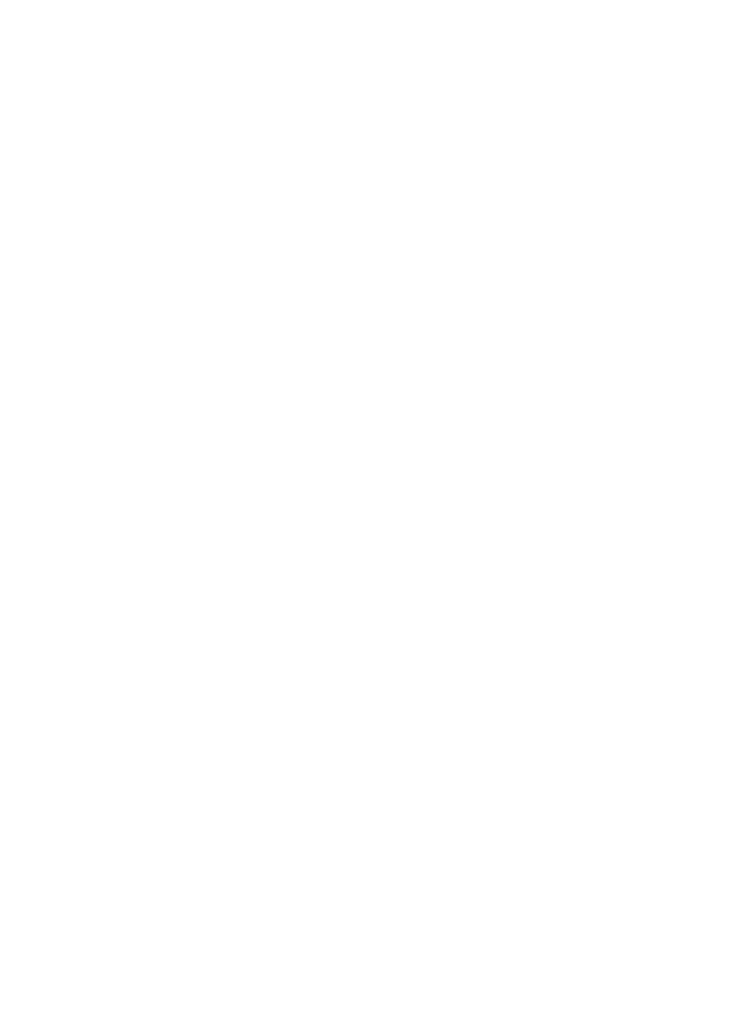
<source format=kicad_pcb>
(kicad_pcb (version 20171130) (host pcbnew "(5.1.6)-1")

  (general
    (thickness 1.6)
    (drawings 5)
    (tracks 0)
    (zones 0)
    (modules 0)
    (nets 1)
  )

  (page A4)
  (layers
    (0 F.Cu signal)
    (31 B.Cu signal)
    (32 B.Adhes user)
    (33 F.Adhes user)
    (34 B.Paste user)
    (35 F.Paste user)
    (36 B.SilkS user)
    (37 F.SilkS user)
    (38 B.Mask user)
    (39 F.Mask user)
    (40 Dwgs.User user)
    (41 Cmts.User user)
    (42 Eco1.User user)
    (43 Eco2.User user)
    (44 Edge.Cuts user)
    (45 Margin user)
    (46 B.CrtYd user)
    (47 F.CrtYd user)
    (48 B.Fab user)
    (49 F.Fab user)
  )

  (setup
    (last_trace_width 0.25)
    (trace_clearance 0.2)
    (zone_clearance 0.508)
    (zone_45_only no)
    (trace_min 0.2)
    (via_size 0.8)
    (via_drill 0.4)
    (via_min_size 0.4)
    (via_min_drill 0.3)
    (uvia_size 0.3)
    (uvia_drill 0.1)
    (uvias_allowed no)
    (uvia_min_size 0.2)
    (uvia_min_drill 0.1)
    (edge_width 0.05)
    (segment_width 0.2)
    (pcb_text_width 0.3)
    (pcb_text_size 1.5 1.5)
    (mod_edge_width 0.12)
    (mod_text_size 1 1)
    (mod_text_width 0.15)
    (pad_size 1.524 1.524)
    (pad_drill 0.762)
    (pad_to_mask_clearance 0.05)
    (aux_axis_origin 0 0)
    (visible_elements 7FFFFFFF)
    (pcbplotparams
      (layerselection 0x010fc_ffffffff)
      (usegerberextensions false)
      (usegerberattributes true)
      (usegerberadvancedattributes true)
      (creategerberjobfile true)
      (excludeedgelayer true)
      (linewidth 0.100000)
      (plotframeref false)
      (viasonmask false)
      (mode 1)
      (useauxorigin false)
      (hpglpennumber 1)
      (hpglpenspeed 20)
      (hpglpendiameter 15.000000)
      (psnegative false)
      (psa4output false)
      (plotreference true)
      (plotvalue true)
      (plotinvisibletext false)
      (padsonsilk false)
      (subtractmaskfromsilk false)
      (outputformat 1)
      (mirror false)
      (drillshape 1)
      (scaleselection 1)
      (outputdirectory ""))
  )

  (net 0 "")

  (net_class Default "This is the default net class."
    (clearance 0.2)
    (trace_width 0.25)
    (via_dia 0.8)
    (via_drill 0.4)
    (uvia_dia 0.3)
    (uvia_drill 0.1)
  )

  (dimension 19.05 (width 0.15) (layer Dwgs.User)
    (gr_text 15 (at 111.125 149.89) (layer Dwgs.User)
      (effects (font (size 1 1) (thickness 0.15)))
    )
    (feature1 (pts (xy 101.6 139.7) (xy 101.6 149.176421)))
    (feature2 (pts (xy 120.65 139.7) (xy 120.65 149.176421)))
    (crossbar (pts (xy 120.65 148.59) (xy 101.6 148.59)))
    (arrow1a (pts (xy 101.6 148.59) (xy 102.726504 148.003579)))
    (arrow1b (pts (xy 101.6 148.59) (xy 102.726504 149.176421)))
    (arrow2a (pts (xy 120.65 148.59) (xy 119.523496 148.003579)))
    (arrow2b (pts (xy 120.65 148.59) (xy 119.523496 149.176421)))
  )
  (gr_line (start 101.6 123.19) (end 101.6 139.7) (layer Dwgs.User) (width 0.15) (tstamp 5FDBA414))
  (gr_line (start 120.65 123.19) (end 101.6 123.19) (layer Dwgs.User) (width 0.15))
  (gr_line (start 120.65 139.7) (end 120.65 123.19) (layer Dwgs.User) (width 0.15))
  (gr_line (start 101.6 139.7) (end 120.65 139.7) (layer Dwgs.User) (width 0.15))

)

</source>
